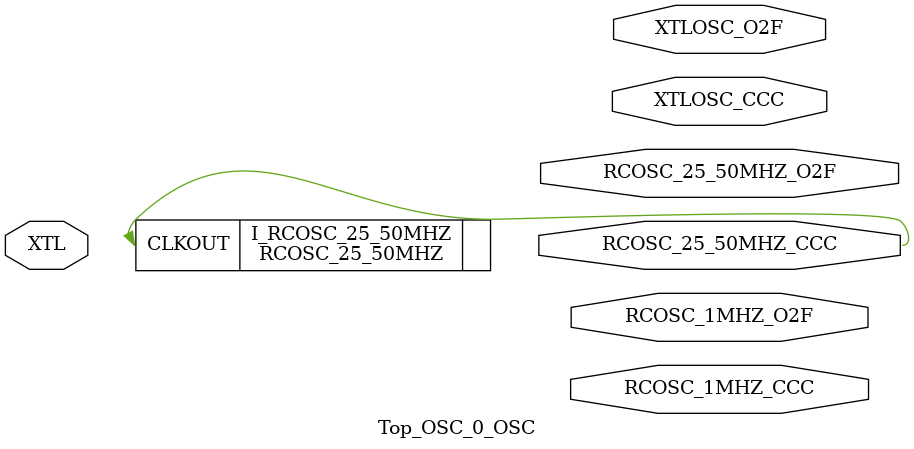
<source format=v>
`timescale 1 ns/100 ps


module Top_OSC_0_OSC(
       XTL,
       RCOSC_25_50MHZ_CCC,
       RCOSC_25_50MHZ_O2F,
       RCOSC_1MHZ_CCC,
       RCOSC_1MHZ_O2F,
       XTLOSC_CCC,
       XTLOSC_O2F
    );
input  XTL;
output RCOSC_25_50MHZ_CCC;
output RCOSC_25_50MHZ_O2F;
output RCOSC_1MHZ_CCC;
output RCOSC_1MHZ_O2F;
output XTLOSC_CCC;
output XTLOSC_O2F;

    
    RCOSC_25_50MHZ #( .FREQUENCY(50.0) )  I_RCOSC_25_50MHZ (.CLKOUT(
        RCOSC_25_50MHZ_CCC));
    
endmodule

</source>
